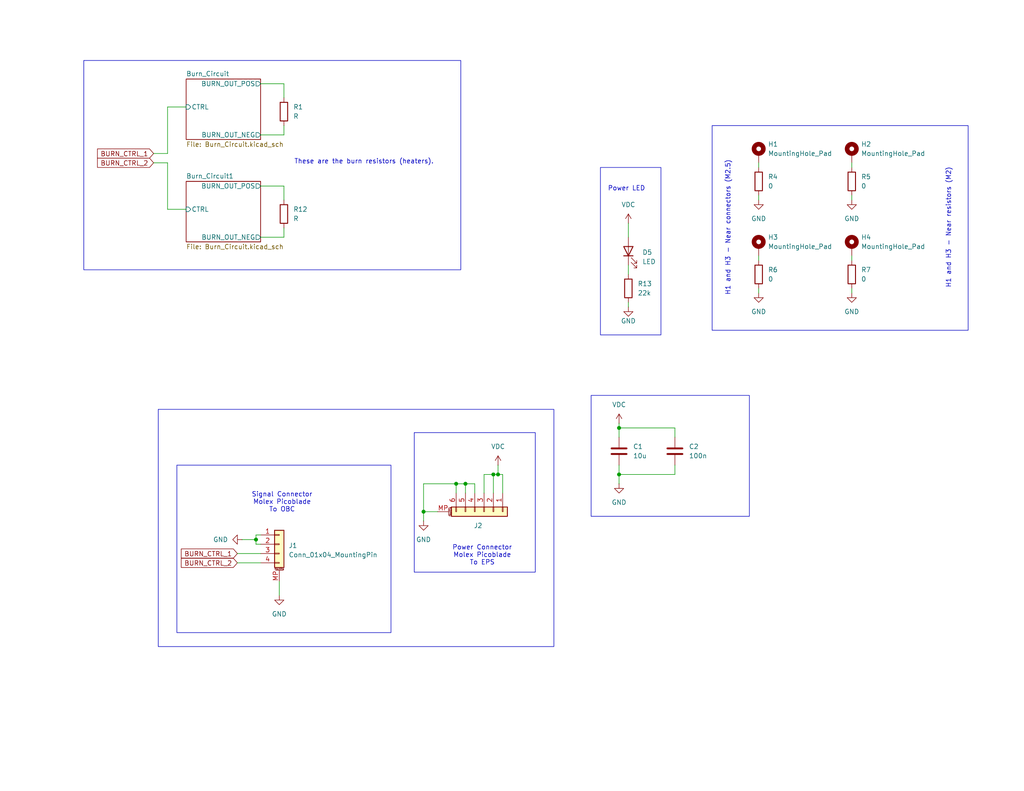
<source format=kicad_sch>
(kicad_sch (version 20250114) (generator "eeschema") (generator_version "9.0")
  (paper "USLetter")
  (title_block (title "CTS-SAT-1 DCLB Burn Wire PCB") (date "2025-05-08") (rev "Rev 2"))
  (lib_symbols
    (symbol "Connector_Generic_MountingPin:Conn_01x04_MountingPin" (pin_names (offset 1.016) (hide yes))
      (property "Reference" "J" (at 0 5.08 0))
      (property "Value" "Conn_01x04_MountingPin" (at 1.27 -7.62 0))
      (symbol "Conn_01x04_MountingPin_1_1"
        (rectangle (start -1.27 3.81) (end 1.27 -6.35) (stroke (width 0.254)) (fill (type background)))
        (rectangle (start -1.27 2.667) (end 0 2.413) (stroke (width 0.1524)))
        (rectangle (start -1.27 0.127) (end 0 -0.127) (stroke (width 0.1524)))
        (rectangle (start -1.27 -2.413) (end 0 -2.667) (stroke (width 0.1524)))
        (rectangle (start -1.27 -4.953) (end 0 -5.207) (stroke (width 0.1524)))
        (polyline (pts (xy -1.016 -7.112) (xy 1.016 -7.112)) (stroke (width 0.1524)))
        (text "Mounting" (at 0 -6.731 0) (effects (font (size 0.381 0.381))))
        (pin passive line (at -5.08 2.54 0) (length 3.81) (name "Pin_1") (number "1"))
        (pin passive line (at -5.08 0 0) (length 3.81) (name "Pin_2") (number "2"))
        (pin passive line (at -5.08 -2.54 0) (length 3.81) (name "Pin_3") (number "3"))
        (pin passive line (at -5.08 -5.08 0) (length 3.81) (name "Pin_4") (number "4"))
        (pin passive line (at 0 -10.16 90) (length 3.048) (name "MountPin") (number "MP"))
      )
    )
    (symbol "Connector_Generic_MountingPin:Conn_01x06_MountingPin" (pin_names (offset 1.016) (hide yes))
      (property "Reference" "J" (at 0 7.62 0))
      (property "Value" "Conn_01x06_MountingPin" (at 1.27 -10.16 0))
      (symbol "Conn_01x06_MountingPin_1_1"
        (rectangle (start -1.27 6.35) (end 1.27 -8.89) (stroke (width 0.254)) (fill (type background)))
        (rectangle (start -1.27 5.207) (end 0 4.953) (stroke (width 0.1524)))
        (rectangle (start -1.27 2.667) (end 0 2.413) (stroke (width 0.1524)))
        (rectangle (start -1.27 0.127) (end 0 -0.127) (stroke (width 0.1524)))
        (rectangle (start -1.27 -2.413) (end 0 -2.667) (stroke (width 0.1524)))
        (rectangle (start -1.27 -4.953) (end 0 -5.207) (stroke (width 0.1524)))
        (rectangle (start -1.27 -7.493) (end 0 -7.747) (stroke (width 0.1524)))
        (polyline (pts (xy -1.016 -9.652) (xy 1.016 -9.652)) (stroke (width 0.1524)))
        (text "Mounting" (at 0 -9.271 0) (effects (font (size 0.381 0.381))))
        (pin passive line (at -5.08 5.08 0) (length 3.81) (name "Pin_1") (number "1"))
        (pin passive line (at -5.08 2.54 0) (length 3.81) (name "Pin_2") (number "2"))
        (pin passive line (at -5.08 0 0) (length 3.81) (name "Pin_3") (number "3"))
        (pin passive line (at -5.08 -2.54 0) (length 3.81) (name "Pin_4") (number "4"))
        (pin passive line (at -5.08 -5.08 0) (length 3.81) (name "Pin_5") (number "5"))
        (pin passive line (at -5.08 -7.62 0) (length 3.81) (name "Pin_6") (number "6"))
        (pin passive line (at 0 -12.7 90) (length 3.048) (name "MountPin") (number "MP"))
      )
    )
    (symbol "Device:C" (pin_numbers (hide yes)) (pin_names (offset 0.254))
      (property "Reference" "C" (at 0.635 2.54 0))
      (property "Value" "C" (at 0.635 -2.54 0))
      (symbol "C_0_1"
        (polyline (pts (xy -2.032 0.762) (xy 2.032 0.762)) (stroke (width 0.508)))
        (polyline (pts (xy -2.032 -0.762) (xy 2.032 -0.762)) (stroke (width 0.508)))
      )
      (symbol "C_1_1"
        (pin passive line (at 0 3.81 270) (length 2.794) (name "~") (number "1"))
        (pin passive line (at 0 -3.81 90) (length 2.794) (name "~") (number "2"))
      )
    )
    (symbol "Device:LED" (pin_numbers (hide yes)) (pin_names (offset 1.016) (hide yes))
      (property "Reference" "D" (at 0 2.54 0))
      (property "Value" "LED" (at 0 -2.54 0))
      (symbol "LED_0_1"
        (polyline (pts (xy -3.048 -0.762) (xy -4.572 -2.286) (xy -3.81 -2.286) (xy -4.572 -2.286) (xy -4.572 -1.524)))
        (polyline (pts (xy -1.778 -0.762) (xy -3.302 -2.286) (xy -2.54 -2.286) (xy -3.302 -2.286) (xy -3.302 -1.524)))
        (polyline (pts (xy -1.27 0) (xy 1.27 0)))
        (polyline (pts (xy -1.27 -1.27) (xy -1.27 1.27)) (stroke (width 0.254)))
        (polyline (pts (xy 1.27 -1.27) (xy 1.27 1.27) (xy -1.27 0) (xy 1.27 -1.27)) (stroke (width 0.254)))
      )
      (symbol "LED_1_1"
        (pin passive line (at -3.81 0 0) (length 2.54) (name "K") (number "1"))
        (pin passive line (at 3.81 0 180) (length 2.54) (name "A") (number "2"))
      )
    )
    (symbol "Device:R" (pin_numbers (hide yes)) (pin_names (offset 0))
      (property "Reference" "R" (at 2.032 0 90))
      (property "Value" "R" (at 0 0 90))
      (symbol "R_0_1"
        (rectangle (start -1.016 -2.54) (end 1.016 2.54) (stroke (width 0.254)))
      )
      (symbol "R_1_1"
        (pin passive line (at 0 3.81 270) (length 1.27) (name "~") (number "1"))
        (pin passive line (at 0 -3.81 90) (length 1.27) (name "~") (number "2"))
      )
    )
    (symbol "Mechanical:MountingHole_Pad" (pin_numbers (hide yes)) (pin_names (offset 1.016) (hide yes)) (exclude_from_sim yes) (in_bom no)
      (property "Reference" "H" (at 0 6.35 0))
      (property "Value" "MountingHole_Pad" (at 0 4.445 0))
      (symbol "MountingHole_Pad_0_1"
        (circle (center 0 1.27) (radius 1.27) (stroke (width 1.27)))
      )
      (symbol "MountingHole_Pad_1_1"
        (pin input line (at 0 -2.54 90) (length 2.54) (name "1") (number "1"))
      )
    )
    (symbol "power:GND" (power) (pin_numbers (hide yes)) (pin_names (offset 0) (hide yes))
      (property "Value" "GND" (at 0 -3.81 0))
      (symbol "GND_0_1"
        (polyline (pts (xy 0 0) (xy 0 -1.27) (xy 1.27 -1.27) (xy 0 -2.54) (xy -1.27 -1.27) (xy 0 -1.27)))
      )
      (symbol "GND_1_1"
        (pin power_in line (at 0 0 270) (length 0) (name "~") (number "1"))
      )
    )
    (symbol "power:VDC" (power) (pin_numbers (hide yes)) (pin_names (offset 0) (hide yes))
      (property "Value" "VDC" (at 0 3.556 0))
      (symbol "VDC_0_1"
        (polyline (pts (xy -0.762 1.27) (xy 0 2.54)))
        (polyline (pts (xy 0 2.54) (xy 0.762 1.27)))
        (polyline (pts (xy 0 0) (xy 0 2.54)))
      )
      (symbol "VDC_1_1"
        (pin power_in line (at 0 0 90) (length 0) (name "~") (number "1"))
      )
    )
  )
  (rectangle (start 48.26 127) (end 106.68 172.72))
  (rectangle (start 163.83 45.72) (end 180.34 91.44))
  (rectangle (start 43.18 111.76) (end 151.13 176.53))
  (rectangle (start 194.31 34.29) (end 264.16 90.17))
  (rectangle (start 22.86 16.51) (end 125.73 73.66))
  (rectangle (start 113.03 118.11) (end 146.05 156.21))
  (rectangle (start 161.29 107.95) (end 204.47 140.97))
  (text "H1 and H3 - Near resistors (M2)" (at 258.826 62.23 90) (effects (font (size 1.27 1.27))))
  (text "Power LED" (at 170.942 51.562 0) (effects (font (size 1.27 1.27))))
  (text "H1 and H3 - Near connectors (M2.5)" (at 198.628 62.23 90) (effects (font (size 1.27 1.27))))
  (text "Signal Connector\nMolex Picoblade\nTo OBC" (at 76.962 137.16 0) (effects (font (size 1.27 1.27))))
  (text "Power Connector\nMolex Picoblade\nTo EPS" (at 131.572 151.638 0) (effects (font (size 1.27 1.27))))
  (text "These are the burn resistors (heaters)." (at 99.314 44.196 0) (effects (font (size 1.27 1.27))))
  (junction (at 127 132.08))
  (junction (at 115.57 139.7))
  (junction (at 134.62 129.54))
  (junction (at 168.91 116.84))
  (junction (at 135.89 129.54))
  (junction (at 69.85 147.32))
  (junction (at 168.91 129.54))
  (junction (at 124.46 132.08))
  (wire (pts (xy 184.15 119.38) (xy 184.15 116.84)))
  (wire (pts (xy 207.01 44.45) (xy 207.01 45.72)))
  (wire (pts (xy 41.91 41.91) (xy 45.72 41.91)))
  (wire (pts (xy 232.41 69.85) (xy 232.41 71.12)))
  (wire (pts (xy 135.89 127) (xy 135.89 129.54)))
  (wire (pts (xy 115.57 132.08) (xy 115.57 139.7)))
  (wire (pts (xy 77.47 54.61) (xy 77.47 50.8)))
  (wire (pts (xy 45.72 57.15) (xy 50.8 57.15)))
  (wire (pts (xy 134.62 129.54) (xy 134.62 134.62)))
  (wire (pts (xy 127 132.08) (xy 127 134.62)))
  (wire (pts (xy 134.62 129.54) (xy 132.08 129.54)))
  (wire (pts (xy 127 132.08) (xy 124.46 132.08)))
  (wire (pts (xy 168.91 115.57) (xy 168.91 116.84)))
  (wire (pts (xy 168.91 127) (xy 168.91 129.54)))
  (wire (pts (xy 232.41 53.34) (xy 232.41 54.61)))
  (wire (pts (xy 71.12 50.8) (xy 77.47 50.8)))
  (wire (pts (xy 135.89 129.54) (xy 134.62 129.54)))
  (wire (pts (xy 77.47 22.86) (xy 71.12 22.86)))
  (wire (pts (xy 124.46 132.08) (xy 124.46 134.62)))
  (wire (pts (xy 41.91 44.45) (xy 45.72 44.45)))
  (wire (pts (xy 232.41 78.74) (xy 232.41 80.01)))
  (wire (pts (xy 45.72 29.21) (xy 50.8 29.21)))
  (wire (pts (xy 71.12 146.05) (xy 69.85 146.05)))
  (wire (pts (xy 207.01 69.85) (xy 207.01 71.12)))
  (wire (pts (xy 132.08 129.54) (xy 132.08 134.62)))
  (wire (pts (xy 129.54 132.08) (xy 127 132.08)))
  (wire (pts (xy 45.72 44.45) (xy 45.72 57.15)))
  (wire (pts (xy 168.91 129.54) (xy 168.91 132.08)))
  (wire (pts (xy 69.85 147.32) (xy 66.04 147.32)))
  (wire (pts (xy 77.47 64.77) (xy 71.12 64.77)))
  (wire (pts (xy 207.01 53.34) (xy 207.01 54.61)))
  (wire (pts (xy 124.46 132.08) (xy 115.57 132.08)))
  (wire (pts (xy 71.12 148.59) (xy 69.85 148.59)))
  (wire (pts (xy 64.77 153.67) (xy 71.12 153.67)))
  (wire (pts (xy 115.57 139.7) (xy 119.38 139.7)))
  (wire (pts (xy 168.91 129.54) (xy 184.15 129.54)))
  (wire (pts (xy 171.45 60.96) (xy 171.45 64.77)))
  (wire (pts (xy 171.45 83.82) (xy 171.45 82.55)))
  (wire (pts (xy 168.91 116.84) (xy 184.15 116.84)))
  (wire (pts (xy 77.47 36.83) (xy 71.12 36.83)))
  (wire (pts (xy 207.01 78.74) (xy 207.01 80.01)))
  (wire (pts (xy 77.47 34.29) (xy 77.47 36.83)))
  (wire (pts (xy 77.47 26.67) (xy 77.47 22.86)))
  (wire (pts (xy 171.45 74.93) (xy 171.45 72.39)))
  (wire (pts (xy 76.2 158.75) (xy 76.2 162.56)))
  (wire (pts (xy 129.54 134.62) (xy 129.54 132.08)))
  (wire (pts (xy 64.77 151.13) (xy 71.12 151.13)))
  (wire (pts (xy 137.16 129.54) (xy 135.89 129.54)))
  (wire (pts (xy 69.85 148.59) (xy 69.85 147.32)))
  (wire (pts (xy 77.47 62.23) (xy 77.47 64.77)))
  (wire (pts (xy 232.41 44.45) (xy 232.41 45.72)))
  (wire (pts (xy 184.15 127) (xy 184.15 129.54)))
  (wire (pts (xy 115.57 142.24) (xy 115.57 139.7)))
  (wire (pts (xy 137.16 134.62) (xy 137.16 129.54)))
  (wire (pts (xy 168.91 116.84) (xy 168.91 119.38)))
  (wire (pts (xy 69.85 146.05) (xy 69.85 147.32)))
  (wire (pts (xy 45.72 41.91) (xy 45.72 29.21)))
  (global_label "BURN_CTRL_2" (shape input) (at 41.91 44.45 180) (property "Intersheetrefs" "${INTERSHEET_REFS}" (effects (hide yes))))
  (global_label "BURN_CTRL_2" (shape input) (at 64.77 153.67 180) (property "Intersheetrefs" "${INTERSHEET_REFS}" (effects (hide yes))))
  (global_label "BURN_CTRL_1" (shape input) (at 41.91 41.91 180) (property "Intersheetrefs" "${INTERSHEET_REFS}" (effects (hide yes))))
  (global_label "BURN_CTRL_1" (shape input) (at 64.77 151.13 180) (property "Intersheetrefs" "${INTERSHEET_REFS}" (effects (hide yes))))
  (symbol (lib_id "Device:R") (at 207.01 49.53 0) (unit 1)
    (property "Reference" "R4" (at 209.55 48.2599 0) (effects (justify left)))
    (property "Value" "0" (at 209.55 50.7999 0) (effects (justify left)))
    (property "Footprint" "Resistor_SMD:R_0603_1608Metric_Pad0.98x0.95mm_HandSolder" (effects (hide yes)))
    (property "Description" "Resistor" (effects (hide yes)))
  )
  (symbol (lib_id "power:GND") (at 115.57 142.24 0) (unit 1)
    (property "Reference" "#PWR06" (effects (hide yes)))
    (property "Value" "GND" (at 115.57 147.32 0))
    (property "Description" "Power symbol creates a global label with name \"GND\" , ground" (effects (hide yes)))
  )
  (symbol (lib_id "power:VDC") (at 135.89 127 0) (unit 1)
    (property "Reference" "#PWR05" (effects (hide yes)))
    (property "Value" "VDC" (at 135.89 121.92 0))
    (property "Description" "Power symbol creates a global label with name \"VDC\"" (effects (hide yes)))
  )
  (symbol (lib_id "power:VDC") (at 171.45 60.96 0) (unit 1)
    (property "Reference" "#PWR020" (effects (hide yes)))
    (property "Value" "VDC" (at 171.45 55.88 0))
    (property "Description" "Power symbol creates a global label with name \"VDC\"" (effects (hide yes)))
  )
  (symbol (lib_id "power:GND") (at 171.45 83.82 0) (unit 1)
    (property "Reference" "#PWR019" (effects (hide yes)))
    (property "Value" "GND" (at 171.45 87.63 0))
    (property "Description" "Power symbol creates a global label with name \"GND\" , ground" (effects (hide yes)))
  )
  (symbol (lib_id "power:GND") (at 207.01 80.01 0) (unit 1)
    (property "Reference" "#PWR012" (effects (hide yes)))
    (property "Value" "GND" (at 207.01 85.09 0))
    (property "Description" "Power symbol creates a global label with name \"GND\" , ground" (effects (hide yes)))
  )
  (symbol (lib_id "Device:C") (at 168.91 123.19 0) (unit 1)
    (property "Reference" "C1" (at 172.72 121.9199 0) (effects (justify left)))
    (property "Value" "10u" (at 172.72 124.4599 0) (effects (justify left)))
    (property "Footprint" "Capacitor_SMD:C_1206_3216Metric_Pad1.33x1.80mm_HandSolder" (effects (hide yes)))
    (property "Description" "Unpolarized capacitor" (effects (hide yes)))
  )
  (symbol (lib_id "Device:R") (at 77.47 30.48 0) (unit 1)
    (property "Reference" "R1" (at 80.01 29.2099 0) (effects (justify left)))
    (property "Value" "R" (at 80.01 31.7499 0) (effects (justify left)))
    (property "Footprint" "00-footprint-lib:AxialBurnResistor" (effects (hide yes)))
    (property "Description" "Resistor" (effects (hide yes)))
  )
  (symbol (lib_id "Connector_Generic_MountingPin:Conn_01x06_MountingPin") (at 132.08 139.7 270) (unit 1)
    (property "Reference" "J2" (at 130.4544 143.51 90))
    (property "Value" "Conn_01x06_MountingPin" (effects (hide yes)))
    (property "Footprint" "Connector_Molex:Molex_PicoBlade_53261-0671_1x06-1MP_P1.25mm_Horizontal" (effects (hide yes)))
    (property "Description" "Generic connectable mounting pin connector, single row, 01x06, script generated (kicad-library-utils/schlib/autogen/connector/)" (effects (hide yes)))
  )
  (symbol (lib_id "Device:LED") (at 171.45 68.58 90) (unit 1)
    (property "Reference" "D5" (at 175.26 68.8974 90) (effects (justify right)))
    (property "Value" "LED" (at 175.26 71.4374 90) (effects (justify right)))
    (property "Footprint" "LED_SMD:LED_0603_1608Metric_Pad1.05x0.95mm_HandSolder" (effects (hide yes)))
    (property "Description" "Light emitting diode" (effects (hide yes)))
    (property "Sim.Pins" "1=K 2=A" (effects (hide yes)))
  )
  (symbol (lib_id "Device:R") (at 77.47 58.42 0) (unit 1)
    (property "Reference" "R12" (at 80.01 57.1499 0) (effects (justify left)))
    (property "Value" "R" (at 80.01 59.6899 0) (effects (justify left)))
    (property "Footprint" "00-footprint-lib:AxialBurnResistor_No_Cutout" (effects (hide yes)))
    (property "Description" "Resistor" (effects (hide yes)))
  )
  (symbol (lib_id "Mechanical:MountingHole_Pad") (at 207.01 41.91 0) (unit 1) (exclude_from_sim yes) (in_bom no)
    (property "Reference" "H1" (at 209.55 39.3699 0) (effects (justify left)))
    (property "Value" "MountingHole_Pad" (at 209.55 41.9099 0) (effects (justify left)))
    (property "Footprint" "MountingHole:MountingHole_2.7mm_M2.5_Pad" (effects (hide yes)))
    (property "Description" "Mounting Hole with connection" (effects (hide yes)))
  )
  (symbol (lib_id "Mechanical:MountingHole_Pad") (at 207.01 67.31 0) (unit 1) (exclude_from_sim yes) (in_bom no)
    (property "Reference" "H3" (at 209.55 64.7699 0) (effects (justify left)))
    (property "Value" "MountingHole_Pad" (at 209.55 67.3099 0) (effects (justify left)))
    (property "Footprint" "MountingHole:MountingHole_2.7mm_M2.5_Pad" (effects (hide yes)))
    (property "Description" "Mounting Hole with connection" (effects (hide yes)))
  )
  (symbol (lib_id "Device:C") (at 184.15 123.19 0) (unit 1)
    (property "Reference" "C2" (at 187.96 121.9199 0) (effects (justify left)))
    (property "Value" "100n" (at 187.96 124.4599 0) (effects (justify left)))
    (property "Footprint" "Capacitor_SMD:C_1206_3216Metric_Pad1.33x1.80mm_HandSolder" (effects (hide yes)))
    (property "Description" "Unpolarized capacitor" (effects (hide yes)))
  )
  (symbol (lib_id "power:GND") (at 76.2 162.56 0) (unit 1)
    (property "Reference" "#PWR04" (effects (hide yes)))
    (property "Value" "GND" (at 76.2 167.64 0))
    (property "Description" "Power symbol creates a global label with name \"GND\" , ground" (effects (hide yes)))
  )
  (symbol (lib_id "Device:R") (at 232.41 49.53 0) (unit 1)
    (property "Reference" "R5" (at 234.95 48.2599 0) (effects (justify left)))
    (property "Value" "0" (at 234.95 50.7999 0) (effects (justify left)))
    (property "Footprint" "Resistor_SMD:R_0603_1608Metric_Pad0.98x0.95mm_HandSolder" (effects (hide yes)))
    (property "Description" "Resistor" (effects (hide yes)))
  )
  (symbol (lib_id "Mechanical:MountingHole_Pad") (at 232.41 41.91 0) (unit 1) (exclude_from_sim yes) (in_bom no)
    (property "Reference" "H2" (at 234.95 39.3699 0) (effects (justify left)))
    (property "Value" "MountingHole_Pad" (at 234.95 41.9099 0) (effects (justify left)))
    (property "Footprint" "MountingHole:MountingHole_2.2mm_M2_Pad" (effects (hide yes)))
    (property "Description" "Mounting Hole with connection" (effects (hide yes)))
  )
  (symbol (lib_id "power:GND") (at 232.41 80.01 0) (unit 1)
    (property "Reference" "#PWR013" (effects (hide yes)))
    (property "Value" "GND" (at 232.41 85.09 0))
    (property "Description" "Power symbol creates a global label with name \"GND\" , ground" (effects (hide yes)))
  )
  (symbol (lib_id "Device:R") (at 171.45 78.74 0) (unit 1)
    (property "Reference" "R13" (at 173.99 77.4699 0) (effects (justify left)))
    (property "Value" "22k" (at 173.99 80.0099 0) (effects (justify left)))
    (property "Footprint" "Resistor_SMD:R_0603_1608Metric_Pad0.98x0.95mm_HandSolder" (effects (hide yes)))
    (property "Description" "Resistor" (effects (hide yes)))
  )
  (symbol (lib_id "power:GND") (at 207.01 54.61 0) (unit 1)
    (property "Reference" "#PWR010" (effects (hide yes)))
    (property "Value" "GND" (at 207.01 59.69 0))
    (property "Description" "Power symbol creates a global label with name \"GND\" , ground" (effects (hide yes)))
  )
  (symbol (lib_id "power:GND") (at 66.04 147.32 270) (unit 1)
    (property "Reference" "#PWR09" (effects (hide yes)))
    (property "Value" "GND" (at 62.23 147.3199 90) (effects (justify right)))
    (property "Description" "Power symbol creates a global label with name \"GND\" , ground" (effects (hide yes)))
  )
  (symbol (lib_id "Device:R") (at 207.01 74.93 0) (unit 1)
    (property "Reference" "R6" (at 209.55 73.6599 0) (effects (justify left)))
    (property "Value" "0" (at 209.55 76.1999 0) (effects (justify left)))
    (property "Footprint" "Resistor_SMD:R_0603_1608Metric_Pad0.98x0.95mm_HandSolder" (effects (hide yes)))
    (property "Description" "Resistor" (effects (hide yes)))
  )
  (symbol (lib_id "Mechanical:MountingHole_Pad") (at 232.41 67.31 0) (unit 1) (exclude_from_sim yes) (in_bom no)
    (property "Reference" "H4" (at 234.95 64.7699 0) (effects (justify left)))
    (property "Value" "MountingHole_Pad" (at 234.95 67.3099 0) (effects (justify left)))
    (property "Footprint" "MountingHole:MountingHole_2.2mm_M2_Pad" (effects (hide yes)))
    (property "Description" "Mounting Hole with connection" (effects (hide yes)))
  )
  (symbol (lib_id "Connector_Generic_MountingPin:Conn_01x04_MountingPin") (at 76.2 148.59 0) (unit 1)
    (property "Reference" "J1" (at 78.74 148.9455 0) (effects (justify left)))
    (property "Value" "Conn_01x04_MountingPin" (at 78.74 151.4855 0) (effects (justify left)))
    (property "Footprint" "Connector_Molex:Molex_PicoBlade_53261-0471_1x04-1MP_P1.25mm_Horizontal" (effects (hide yes)))
    (property "Description" "Generic connectable mounting pin connector, single row, 01x04, script generated (kicad-library-utils/schlib/autogen/connector/)" (effects (hide yes)))
  )
  (symbol (lib_id "Device:R") (at 232.41 74.93 0) (unit 1)
    (property "Reference" "R7" (at 234.95 73.6599 0) (effects (justify left)))
    (property "Value" "0" (at 234.95 76.1999 0) (effects (justify left)))
    (property "Footprint" "Resistor_SMD:R_0603_1608Metric_Pad0.98x0.95mm_HandSolder" (effects (hide yes)))
    (property "Description" "Resistor" (effects (hide yes)))
  )
  (symbol (lib_id "power:GND") (at 232.41 54.61 0) (unit 1)
    (property "Reference" "#PWR011" (effects (hide yes)))
    (property "Value" "GND" (at 232.41 59.69 0))
    (property "Description" "Power symbol creates a global label with name \"GND\" , ground" (effects (hide yes)))
  )
  (symbol (lib_id "power:GND") (at 168.91 132.08 0) (unit 1)
    (property "Reference" "#PWR08" (effects (hide yes)))
    (property "Value" "GND" (at 168.91 137.16 0))
    (property "Description" "Power symbol creates a global label with name \"GND\" , ground" (effects (hide yes)))
  )
  (symbol (lib_id "power:VDC") (at 168.91 115.57 0) (unit 1)
    (property "Reference" "#PWR07" (effects (hide yes)))
    (property "Value" "VDC" (at 168.91 110.49 0))
    (property "Description" "Power symbol creates a global label with name \"VDC\"" (effects (hide yes)))
  )
  (sheet (at 50.8 21.59) (size 20.32 16.51) (stroke (width 0.1524))
    (property "Sheetname" "Burn_Circuit" (at 50.8 20.8784 0) (effects (justify left bottom)))
    (property "Sheetfile" "Burn_Circuit.kicad_sch" (at 50.8 38.6846 0) (effects (justify left top)))
    (pin "CTRL" input (at 50.8 29.21 180))
    (pin "BURN_OUT_NEG" output (at 71.12 36.83 0))
    (pin "BURN_OUT_POS" output (at 71.12 22.86 0))
  )
  (sheet (at 50.8 49.53) (size 20.32 16.51) (stroke (width 0.1524))
    (property "Sheetname" "Burn_Circuit1" (at 50.8 48.8184 0) (effects (justify left bottom)))
    (property "Sheetfile" "Burn_Circuit.kicad_sch" (at 50.8 66.6246 0) (effects (justify left top)))
    (pin "CTRL" input (at 50.8 57.15 180))
    (pin "BURN_OUT_NEG" output (at 71.12 64.77 0))
    (pin "BURN_OUT_POS" output (at 71.12 50.8 0))
  )
)
</source>
